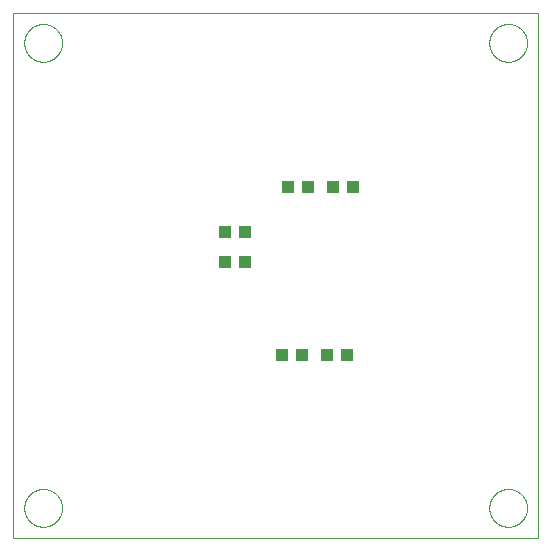
<source format=gbp>
G75*
%MOIN*%
%OFA0B0*%
%FSLAX25Y25*%
%IPPOS*%
%LPD*%
%AMOC8*
5,1,8,0,0,1.08239X$1,22.5*
%
%ADD10C,0.00000*%
%ADD11R,0.04331X0.03937*%
D10*
X0002800Y0003800D02*
X0002800Y0178800D01*
X0177800Y0178800D01*
X0177800Y0003800D01*
X0002800Y0003800D01*
X0006501Y0013800D02*
X0006503Y0013958D01*
X0006509Y0014116D01*
X0006519Y0014274D01*
X0006533Y0014432D01*
X0006551Y0014589D01*
X0006572Y0014746D01*
X0006598Y0014902D01*
X0006628Y0015058D01*
X0006661Y0015213D01*
X0006699Y0015366D01*
X0006740Y0015519D01*
X0006785Y0015671D01*
X0006834Y0015822D01*
X0006887Y0015971D01*
X0006943Y0016119D01*
X0007003Y0016265D01*
X0007067Y0016410D01*
X0007135Y0016553D01*
X0007206Y0016695D01*
X0007280Y0016835D01*
X0007358Y0016972D01*
X0007440Y0017108D01*
X0007524Y0017242D01*
X0007613Y0017373D01*
X0007704Y0017502D01*
X0007799Y0017629D01*
X0007896Y0017754D01*
X0007997Y0017876D01*
X0008101Y0017995D01*
X0008208Y0018112D01*
X0008318Y0018226D01*
X0008431Y0018337D01*
X0008546Y0018446D01*
X0008664Y0018551D01*
X0008785Y0018653D01*
X0008908Y0018753D01*
X0009034Y0018849D01*
X0009162Y0018942D01*
X0009292Y0019032D01*
X0009425Y0019118D01*
X0009560Y0019202D01*
X0009696Y0019281D01*
X0009835Y0019358D01*
X0009976Y0019430D01*
X0010118Y0019500D01*
X0010262Y0019565D01*
X0010408Y0019627D01*
X0010555Y0019685D01*
X0010704Y0019740D01*
X0010854Y0019791D01*
X0011005Y0019838D01*
X0011157Y0019881D01*
X0011310Y0019920D01*
X0011465Y0019956D01*
X0011620Y0019987D01*
X0011776Y0020015D01*
X0011932Y0020039D01*
X0012089Y0020059D01*
X0012247Y0020075D01*
X0012404Y0020087D01*
X0012563Y0020095D01*
X0012721Y0020099D01*
X0012879Y0020099D01*
X0013037Y0020095D01*
X0013196Y0020087D01*
X0013353Y0020075D01*
X0013511Y0020059D01*
X0013668Y0020039D01*
X0013824Y0020015D01*
X0013980Y0019987D01*
X0014135Y0019956D01*
X0014290Y0019920D01*
X0014443Y0019881D01*
X0014595Y0019838D01*
X0014746Y0019791D01*
X0014896Y0019740D01*
X0015045Y0019685D01*
X0015192Y0019627D01*
X0015338Y0019565D01*
X0015482Y0019500D01*
X0015624Y0019430D01*
X0015765Y0019358D01*
X0015904Y0019281D01*
X0016040Y0019202D01*
X0016175Y0019118D01*
X0016308Y0019032D01*
X0016438Y0018942D01*
X0016566Y0018849D01*
X0016692Y0018753D01*
X0016815Y0018653D01*
X0016936Y0018551D01*
X0017054Y0018446D01*
X0017169Y0018337D01*
X0017282Y0018226D01*
X0017392Y0018112D01*
X0017499Y0017995D01*
X0017603Y0017876D01*
X0017704Y0017754D01*
X0017801Y0017629D01*
X0017896Y0017502D01*
X0017987Y0017373D01*
X0018076Y0017242D01*
X0018160Y0017108D01*
X0018242Y0016972D01*
X0018320Y0016835D01*
X0018394Y0016695D01*
X0018465Y0016553D01*
X0018533Y0016410D01*
X0018597Y0016265D01*
X0018657Y0016119D01*
X0018713Y0015971D01*
X0018766Y0015822D01*
X0018815Y0015671D01*
X0018860Y0015519D01*
X0018901Y0015366D01*
X0018939Y0015213D01*
X0018972Y0015058D01*
X0019002Y0014902D01*
X0019028Y0014746D01*
X0019049Y0014589D01*
X0019067Y0014432D01*
X0019081Y0014274D01*
X0019091Y0014116D01*
X0019097Y0013958D01*
X0019099Y0013800D01*
X0019097Y0013642D01*
X0019091Y0013484D01*
X0019081Y0013326D01*
X0019067Y0013168D01*
X0019049Y0013011D01*
X0019028Y0012854D01*
X0019002Y0012698D01*
X0018972Y0012542D01*
X0018939Y0012387D01*
X0018901Y0012234D01*
X0018860Y0012081D01*
X0018815Y0011929D01*
X0018766Y0011778D01*
X0018713Y0011629D01*
X0018657Y0011481D01*
X0018597Y0011335D01*
X0018533Y0011190D01*
X0018465Y0011047D01*
X0018394Y0010905D01*
X0018320Y0010765D01*
X0018242Y0010628D01*
X0018160Y0010492D01*
X0018076Y0010358D01*
X0017987Y0010227D01*
X0017896Y0010098D01*
X0017801Y0009971D01*
X0017704Y0009846D01*
X0017603Y0009724D01*
X0017499Y0009605D01*
X0017392Y0009488D01*
X0017282Y0009374D01*
X0017169Y0009263D01*
X0017054Y0009154D01*
X0016936Y0009049D01*
X0016815Y0008947D01*
X0016692Y0008847D01*
X0016566Y0008751D01*
X0016438Y0008658D01*
X0016308Y0008568D01*
X0016175Y0008482D01*
X0016040Y0008398D01*
X0015904Y0008319D01*
X0015765Y0008242D01*
X0015624Y0008170D01*
X0015482Y0008100D01*
X0015338Y0008035D01*
X0015192Y0007973D01*
X0015045Y0007915D01*
X0014896Y0007860D01*
X0014746Y0007809D01*
X0014595Y0007762D01*
X0014443Y0007719D01*
X0014290Y0007680D01*
X0014135Y0007644D01*
X0013980Y0007613D01*
X0013824Y0007585D01*
X0013668Y0007561D01*
X0013511Y0007541D01*
X0013353Y0007525D01*
X0013196Y0007513D01*
X0013037Y0007505D01*
X0012879Y0007501D01*
X0012721Y0007501D01*
X0012563Y0007505D01*
X0012404Y0007513D01*
X0012247Y0007525D01*
X0012089Y0007541D01*
X0011932Y0007561D01*
X0011776Y0007585D01*
X0011620Y0007613D01*
X0011465Y0007644D01*
X0011310Y0007680D01*
X0011157Y0007719D01*
X0011005Y0007762D01*
X0010854Y0007809D01*
X0010704Y0007860D01*
X0010555Y0007915D01*
X0010408Y0007973D01*
X0010262Y0008035D01*
X0010118Y0008100D01*
X0009976Y0008170D01*
X0009835Y0008242D01*
X0009696Y0008319D01*
X0009560Y0008398D01*
X0009425Y0008482D01*
X0009292Y0008568D01*
X0009162Y0008658D01*
X0009034Y0008751D01*
X0008908Y0008847D01*
X0008785Y0008947D01*
X0008664Y0009049D01*
X0008546Y0009154D01*
X0008431Y0009263D01*
X0008318Y0009374D01*
X0008208Y0009488D01*
X0008101Y0009605D01*
X0007997Y0009724D01*
X0007896Y0009846D01*
X0007799Y0009971D01*
X0007704Y0010098D01*
X0007613Y0010227D01*
X0007524Y0010358D01*
X0007440Y0010492D01*
X0007358Y0010628D01*
X0007280Y0010765D01*
X0007206Y0010905D01*
X0007135Y0011047D01*
X0007067Y0011190D01*
X0007003Y0011335D01*
X0006943Y0011481D01*
X0006887Y0011629D01*
X0006834Y0011778D01*
X0006785Y0011929D01*
X0006740Y0012081D01*
X0006699Y0012234D01*
X0006661Y0012387D01*
X0006628Y0012542D01*
X0006598Y0012698D01*
X0006572Y0012854D01*
X0006551Y0013011D01*
X0006533Y0013168D01*
X0006519Y0013326D01*
X0006509Y0013484D01*
X0006503Y0013642D01*
X0006501Y0013800D01*
X0006501Y0168800D02*
X0006503Y0168958D01*
X0006509Y0169116D01*
X0006519Y0169274D01*
X0006533Y0169432D01*
X0006551Y0169589D01*
X0006572Y0169746D01*
X0006598Y0169902D01*
X0006628Y0170058D01*
X0006661Y0170213D01*
X0006699Y0170366D01*
X0006740Y0170519D01*
X0006785Y0170671D01*
X0006834Y0170822D01*
X0006887Y0170971D01*
X0006943Y0171119D01*
X0007003Y0171265D01*
X0007067Y0171410D01*
X0007135Y0171553D01*
X0007206Y0171695D01*
X0007280Y0171835D01*
X0007358Y0171972D01*
X0007440Y0172108D01*
X0007524Y0172242D01*
X0007613Y0172373D01*
X0007704Y0172502D01*
X0007799Y0172629D01*
X0007896Y0172754D01*
X0007997Y0172876D01*
X0008101Y0172995D01*
X0008208Y0173112D01*
X0008318Y0173226D01*
X0008431Y0173337D01*
X0008546Y0173446D01*
X0008664Y0173551D01*
X0008785Y0173653D01*
X0008908Y0173753D01*
X0009034Y0173849D01*
X0009162Y0173942D01*
X0009292Y0174032D01*
X0009425Y0174118D01*
X0009560Y0174202D01*
X0009696Y0174281D01*
X0009835Y0174358D01*
X0009976Y0174430D01*
X0010118Y0174500D01*
X0010262Y0174565D01*
X0010408Y0174627D01*
X0010555Y0174685D01*
X0010704Y0174740D01*
X0010854Y0174791D01*
X0011005Y0174838D01*
X0011157Y0174881D01*
X0011310Y0174920D01*
X0011465Y0174956D01*
X0011620Y0174987D01*
X0011776Y0175015D01*
X0011932Y0175039D01*
X0012089Y0175059D01*
X0012247Y0175075D01*
X0012404Y0175087D01*
X0012563Y0175095D01*
X0012721Y0175099D01*
X0012879Y0175099D01*
X0013037Y0175095D01*
X0013196Y0175087D01*
X0013353Y0175075D01*
X0013511Y0175059D01*
X0013668Y0175039D01*
X0013824Y0175015D01*
X0013980Y0174987D01*
X0014135Y0174956D01*
X0014290Y0174920D01*
X0014443Y0174881D01*
X0014595Y0174838D01*
X0014746Y0174791D01*
X0014896Y0174740D01*
X0015045Y0174685D01*
X0015192Y0174627D01*
X0015338Y0174565D01*
X0015482Y0174500D01*
X0015624Y0174430D01*
X0015765Y0174358D01*
X0015904Y0174281D01*
X0016040Y0174202D01*
X0016175Y0174118D01*
X0016308Y0174032D01*
X0016438Y0173942D01*
X0016566Y0173849D01*
X0016692Y0173753D01*
X0016815Y0173653D01*
X0016936Y0173551D01*
X0017054Y0173446D01*
X0017169Y0173337D01*
X0017282Y0173226D01*
X0017392Y0173112D01*
X0017499Y0172995D01*
X0017603Y0172876D01*
X0017704Y0172754D01*
X0017801Y0172629D01*
X0017896Y0172502D01*
X0017987Y0172373D01*
X0018076Y0172242D01*
X0018160Y0172108D01*
X0018242Y0171972D01*
X0018320Y0171835D01*
X0018394Y0171695D01*
X0018465Y0171553D01*
X0018533Y0171410D01*
X0018597Y0171265D01*
X0018657Y0171119D01*
X0018713Y0170971D01*
X0018766Y0170822D01*
X0018815Y0170671D01*
X0018860Y0170519D01*
X0018901Y0170366D01*
X0018939Y0170213D01*
X0018972Y0170058D01*
X0019002Y0169902D01*
X0019028Y0169746D01*
X0019049Y0169589D01*
X0019067Y0169432D01*
X0019081Y0169274D01*
X0019091Y0169116D01*
X0019097Y0168958D01*
X0019099Y0168800D01*
X0019097Y0168642D01*
X0019091Y0168484D01*
X0019081Y0168326D01*
X0019067Y0168168D01*
X0019049Y0168011D01*
X0019028Y0167854D01*
X0019002Y0167698D01*
X0018972Y0167542D01*
X0018939Y0167387D01*
X0018901Y0167234D01*
X0018860Y0167081D01*
X0018815Y0166929D01*
X0018766Y0166778D01*
X0018713Y0166629D01*
X0018657Y0166481D01*
X0018597Y0166335D01*
X0018533Y0166190D01*
X0018465Y0166047D01*
X0018394Y0165905D01*
X0018320Y0165765D01*
X0018242Y0165628D01*
X0018160Y0165492D01*
X0018076Y0165358D01*
X0017987Y0165227D01*
X0017896Y0165098D01*
X0017801Y0164971D01*
X0017704Y0164846D01*
X0017603Y0164724D01*
X0017499Y0164605D01*
X0017392Y0164488D01*
X0017282Y0164374D01*
X0017169Y0164263D01*
X0017054Y0164154D01*
X0016936Y0164049D01*
X0016815Y0163947D01*
X0016692Y0163847D01*
X0016566Y0163751D01*
X0016438Y0163658D01*
X0016308Y0163568D01*
X0016175Y0163482D01*
X0016040Y0163398D01*
X0015904Y0163319D01*
X0015765Y0163242D01*
X0015624Y0163170D01*
X0015482Y0163100D01*
X0015338Y0163035D01*
X0015192Y0162973D01*
X0015045Y0162915D01*
X0014896Y0162860D01*
X0014746Y0162809D01*
X0014595Y0162762D01*
X0014443Y0162719D01*
X0014290Y0162680D01*
X0014135Y0162644D01*
X0013980Y0162613D01*
X0013824Y0162585D01*
X0013668Y0162561D01*
X0013511Y0162541D01*
X0013353Y0162525D01*
X0013196Y0162513D01*
X0013037Y0162505D01*
X0012879Y0162501D01*
X0012721Y0162501D01*
X0012563Y0162505D01*
X0012404Y0162513D01*
X0012247Y0162525D01*
X0012089Y0162541D01*
X0011932Y0162561D01*
X0011776Y0162585D01*
X0011620Y0162613D01*
X0011465Y0162644D01*
X0011310Y0162680D01*
X0011157Y0162719D01*
X0011005Y0162762D01*
X0010854Y0162809D01*
X0010704Y0162860D01*
X0010555Y0162915D01*
X0010408Y0162973D01*
X0010262Y0163035D01*
X0010118Y0163100D01*
X0009976Y0163170D01*
X0009835Y0163242D01*
X0009696Y0163319D01*
X0009560Y0163398D01*
X0009425Y0163482D01*
X0009292Y0163568D01*
X0009162Y0163658D01*
X0009034Y0163751D01*
X0008908Y0163847D01*
X0008785Y0163947D01*
X0008664Y0164049D01*
X0008546Y0164154D01*
X0008431Y0164263D01*
X0008318Y0164374D01*
X0008208Y0164488D01*
X0008101Y0164605D01*
X0007997Y0164724D01*
X0007896Y0164846D01*
X0007799Y0164971D01*
X0007704Y0165098D01*
X0007613Y0165227D01*
X0007524Y0165358D01*
X0007440Y0165492D01*
X0007358Y0165628D01*
X0007280Y0165765D01*
X0007206Y0165905D01*
X0007135Y0166047D01*
X0007067Y0166190D01*
X0007003Y0166335D01*
X0006943Y0166481D01*
X0006887Y0166629D01*
X0006834Y0166778D01*
X0006785Y0166929D01*
X0006740Y0167081D01*
X0006699Y0167234D01*
X0006661Y0167387D01*
X0006628Y0167542D01*
X0006598Y0167698D01*
X0006572Y0167854D01*
X0006551Y0168011D01*
X0006533Y0168168D01*
X0006519Y0168326D01*
X0006509Y0168484D01*
X0006503Y0168642D01*
X0006501Y0168800D01*
X0161501Y0168800D02*
X0161503Y0168958D01*
X0161509Y0169116D01*
X0161519Y0169274D01*
X0161533Y0169432D01*
X0161551Y0169589D01*
X0161572Y0169746D01*
X0161598Y0169902D01*
X0161628Y0170058D01*
X0161661Y0170213D01*
X0161699Y0170366D01*
X0161740Y0170519D01*
X0161785Y0170671D01*
X0161834Y0170822D01*
X0161887Y0170971D01*
X0161943Y0171119D01*
X0162003Y0171265D01*
X0162067Y0171410D01*
X0162135Y0171553D01*
X0162206Y0171695D01*
X0162280Y0171835D01*
X0162358Y0171972D01*
X0162440Y0172108D01*
X0162524Y0172242D01*
X0162613Y0172373D01*
X0162704Y0172502D01*
X0162799Y0172629D01*
X0162896Y0172754D01*
X0162997Y0172876D01*
X0163101Y0172995D01*
X0163208Y0173112D01*
X0163318Y0173226D01*
X0163431Y0173337D01*
X0163546Y0173446D01*
X0163664Y0173551D01*
X0163785Y0173653D01*
X0163908Y0173753D01*
X0164034Y0173849D01*
X0164162Y0173942D01*
X0164292Y0174032D01*
X0164425Y0174118D01*
X0164560Y0174202D01*
X0164696Y0174281D01*
X0164835Y0174358D01*
X0164976Y0174430D01*
X0165118Y0174500D01*
X0165262Y0174565D01*
X0165408Y0174627D01*
X0165555Y0174685D01*
X0165704Y0174740D01*
X0165854Y0174791D01*
X0166005Y0174838D01*
X0166157Y0174881D01*
X0166310Y0174920D01*
X0166465Y0174956D01*
X0166620Y0174987D01*
X0166776Y0175015D01*
X0166932Y0175039D01*
X0167089Y0175059D01*
X0167247Y0175075D01*
X0167404Y0175087D01*
X0167563Y0175095D01*
X0167721Y0175099D01*
X0167879Y0175099D01*
X0168037Y0175095D01*
X0168196Y0175087D01*
X0168353Y0175075D01*
X0168511Y0175059D01*
X0168668Y0175039D01*
X0168824Y0175015D01*
X0168980Y0174987D01*
X0169135Y0174956D01*
X0169290Y0174920D01*
X0169443Y0174881D01*
X0169595Y0174838D01*
X0169746Y0174791D01*
X0169896Y0174740D01*
X0170045Y0174685D01*
X0170192Y0174627D01*
X0170338Y0174565D01*
X0170482Y0174500D01*
X0170624Y0174430D01*
X0170765Y0174358D01*
X0170904Y0174281D01*
X0171040Y0174202D01*
X0171175Y0174118D01*
X0171308Y0174032D01*
X0171438Y0173942D01*
X0171566Y0173849D01*
X0171692Y0173753D01*
X0171815Y0173653D01*
X0171936Y0173551D01*
X0172054Y0173446D01*
X0172169Y0173337D01*
X0172282Y0173226D01*
X0172392Y0173112D01*
X0172499Y0172995D01*
X0172603Y0172876D01*
X0172704Y0172754D01*
X0172801Y0172629D01*
X0172896Y0172502D01*
X0172987Y0172373D01*
X0173076Y0172242D01*
X0173160Y0172108D01*
X0173242Y0171972D01*
X0173320Y0171835D01*
X0173394Y0171695D01*
X0173465Y0171553D01*
X0173533Y0171410D01*
X0173597Y0171265D01*
X0173657Y0171119D01*
X0173713Y0170971D01*
X0173766Y0170822D01*
X0173815Y0170671D01*
X0173860Y0170519D01*
X0173901Y0170366D01*
X0173939Y0170213D01*
X0173972Y0170058D01*
X0174002Y0169902D01*
X0174028Y0169746D01*
X0174049Y0169589D01*
X0174067Y0169432D01*
X0174081Y0169274D01*
X0174091Y0169116D01*
X0174097Y0168958D01*
X0174099Y0168800D01*
X0174097Y0168642D01*
X0174091Y0168484D01*
X0174081Y0168326D01*
X0174067Y0168168D01*
X0174049Y0168011D01*
X0174028Y0167854D01*
X0174002Y0167698D01*
X0173972Y0167542D01*
X0173939Y0167387D01*
X0173901Y0167234D01*
X0173860Y0167081D01*
X0173815Y0166929D01*
X0173766Y0166778D01*
X0173713Y0166629D01*
X0173657Y0166481D01*
X0173597Y0166335D01*
X0173533Y0166190D01*
X0173465Y0166047D01*
X0173394Y0165905D01*
X0173320Y0165765D01*
X0173242Y0165628D01*
X0173160Y0165492D01*
X0173076Y0165358D01*
X0172987Y0165227D01*
X0172896Y0165098D01*
X0172801Y0164971D01*
X0172704Y0164846D01*
X0172603Y0164724D01*
X0172499Y0164605D01*
X0172392Y0164488D01*
X0172282Y0164374D01*
X0172169Y0164263D01*
X0172054Y0164154D01*
X0171936Y0164049D01*
X0171815Y0163947D01*
X0171692Y0163847D01*
X0171566Y0163751D01*
X0171438Y0163658D01*
X0171308Y0163568D01*
X0171175Y0163482D01*
X0171040Y0163398D01*
X0170904Y0163319D01*
X0170765Y0163242D01*
X0170624Y0163170D01*
X0170482Y0163100D01*
X0170338Y0163035D01*
X0170192Y0162973D01*
X0170045Y0162915D01*
X0169896Y0162860D01*
X0169746Y0162809D01*
X0169595Y0162762D01*
X0169443Y0162719D01*
X0169290Y0162680D01*
X0169135Y0162644D01*
X0168980Y0162613D01*
X0168824Y0162585D01*
X0168668Y0162561D01*
X0168511Y0162541D01*
X0168353Y0162525D01*
X0168196Y0162513D01*
X0168037Y0162505D01*
X0167879Y0162501D01*
X0167721Y0162501D01*
X0167563Y0162505D01*
X0167404Y0162513D01*
X0167247Y0162525D01*
X0167089Y0162541D01*
X0166932Y0162561D01*
X0166776Y0162585D01*
X0166620Y0162613D01*
X0166465Y0162644D01*
X0166310Y0162680D01*
X0166157Y0162719D01*
X0166005Y0162762D01*
X0165854Y0162809D01*
X0165704Y0162860D01*
X0165555Y0162915D01*
X0165408Y0162973D01*
X0165262Y0163035D01*
X0165118Y0163100D01*
X0164976Y0163170D01*
X0164835Y0163242D01*
X0164696Y0163319D01*
X0164560Y0163398D01*
X0164425Y0163482D01*
X0164292Y0163568D01*
X0164162Y0163658D01*
X0164034Y0163751D01*
X0163908Y0163847D01*
X0163785Y0163947D01*
X0163664Y0164049D01*
X0163546Y0164154D01*
X0163431Y0164263D01*
X0163318Y0164374D01*
X0163208Y0164488D01*
X0163101Y0164605D01*
X0162997Y0164724D01*
X0162896Y0164846D01*
X0162799Y0164971D01*
X0162704Y0165098D01*
X0162613Y0165227D01*
X0162524Y0165358D01*
X0162440Y0165492D01*
X0162358Y0165628D01*
X0162280Y0165765D01*
X0162206Y0165905D01*
X0162135Y0166047D01*
X0162067Y0166190D01*
X0162003Y0166335D01*
X0161943Y0166481D01*
X0161887Y0166629D01*
X0161834Y0166778D01*
X0161785Y0166929D01*
X0161740Y0167081D01*
X0161699Y0167234D01*
X0161661Y0167387D01*
X0161628Y0167542D01*
X0161598Y0167698D01*
X0161572Y0167854D01*
X0161551Y0168011D01*
X0161533Y0168168D01*
X0161519Y0168326D01*
X0161509Y0168484D01*
X0161503Y0168642D01*
X0161501Y0168800D01*
X0161501Y0013800D02*
X0161503Y0013958D01*
X0161509Y0014116D01*
X0161519Y0014274D01*
X0161533Y0014432D01*
X0161551Y0014589D01*
X0161572Y0014746D01*
X0161598Y0014902D01*
X0161628Y0015058D01*
X0161661Y0015213D01*
X0161699Y0015366D01*
X0161740Y0015519D01*
X0161785Y0015671D01*
X0161834Y0015822D01*
X0161887Y0015971D01*
X0161943Y0016119D01*
X0162003Y0016265D01*
X0162067Y0016410D01*
X0162135Y0016553D01*
X0162206Y0016695D01*
X0162280Y0016835D01*
X0162358Y0016972D01*
X0162440Y0017108D01*
X0162524Y0017242D01*
X0162613Y0017373D01*
X0162704Y0017502D01*
X0162799Y0017629D01*
X0162896Y0017754D01*
X0162997Y0017876D01*
X0163101Y0017995D01*
X0163208Y0018112D01*
X0163318Y0018226D01*
X0163431Y0018337D01*
X0163546Y0018446D01*
X0163664Y0018551D01*
X0163785Y0018653D01*
X0163908Y0018753D01*
X0164034Y0018849D01*
X0164162Y0018942D01*
X0164292Y0019032D01*
X0164425Y0019118D01*
X0164560Y0019202D01*
X0164696Y0019281D01*
X0164835Y0019358D01*
X0164976Y0019430D01*
X0165118Y0019500D01*
X0165262Y0019565D01*
X0165408Y0019627D01*
X0165555Y0019685D01*
X0165704Y0019740D01*
X0165854Y0019791D01*
X0166005Y0019838D01*
X0166157Y0019881D01*
X0166310Y0019920D01*
X0166465Y0019956D01*
X0166620Y0019987D01*
X0166776Y0020015D01*
X0166932Y0020039D01*
X0167089Y0020059D01*
X0167247Y0020075D01*
X0167404Y0020087D01*
X0167563Y0020095D01*
X0167721Y0020099D01*
X0167879Y0020099D01*
X0168037Y0020095D01*
X0168196Y0020087D01*
X0168353Y0020075D01*
X0168511Y0020059D01*
X0168668Y0020039D01*
X0168824Y0020015D01*
X0168980Y0019987D01*
X0169135Y0019956D01*
X0169290Y0019920D01*
X0169443Y0019881D01*
X0169595Y0019838D01*
X0169746Y0019791D01*
X0169896Y0019740D01*
X0170045Y0019685D01*
X0170192Y0019627D01*
X0170338Y0019565D01*
X0170482Y0019500D01*
X0170624Y0019430D01*
X0170765Y0019358D01*
X0170904Y0019281D01*
X0171040Y0019202D01*
X0171175Y0019118D01*
X0171308Y0019032D01*
X0171438Y0018942D01*
X0171566Y0018849D01*
X0171692Y0018753D01*
X0171815Y0018653D01*
X0171936Y0018551D01*
X0172054Y0018446D01*
X0172169Y0018337D01*
X0172282Y0018226D01*
X0172392Y0018112D01*
X0172499Y0017995D01*
X0172603Y0017876D01*
X0172704Y0017754D01*
X0172801Y0017629D01*
X0172896Y0017502D01*
X0172987Y0017373D01*
X0173076Y0017242D01*
X0173160Y0017108D01*
X0173242Y0016972D01*
X0173320Y0016835D01*
X0173394Y0016695D01*
X0173465Y0016553D01*
X0173533Y0016410D01*
X0173597Y0016265D01*
X0173657Y0016119D01*
X0173713Y0015971D01*
X0173766Y0015822D01*
X0173815Y0015671D01*
X0173860Y0015519D01*
X0173901Y0015366D01*
X0173939Y0015213D01*
X0173972Y0015058D01*
X0174002Y0014902D01*
X0174028Y0014746D01*
X0174049Y0014589D01*
X0174067Y0014432D01*
X0174081Y0014274D01*
X0174091Y0014116D01*
X0174097Y0013958D01*
X0174099Y0013800D01*
X0174097Y0013642D01*
X0174091Y0013484D01*
X0174081Y0013326D01*
X0174067Y0013168D01*
X0174049Y0013011D01*
X0174028Y0012854D01*
X0174002Y0012698D01*
X0173972Y0012542D01*
X0173939Y0012387D01*
X0173901Y0012234D01*
X0173860Y0012081D01*
X0173815Y0011929D01*
X0173766Y0011778D01*
X0173713Y0011629D01*
X0173657Y0011481D01*
X0173597Y0011335D01*
X0173533Y0011190D01*
X0173465Y0011047D01*
X0173394Y0010905D01*
X0173320Y0010765D01*
X0173242Y0010628D01*
X0173160Y0010492D01*
X0173076Y0010358D01*
X0172987Y0010227D01*
X0172896Y0010098D01*
X0172801Y0009971D01*
X0172704Y0009846D01*
X0172603Y0009724D01*
X0172499Y0009605D01*
X0172392Y0009488D01*
X0172282Y0009374D01*
X0172169Y0009263D01*
X0172054Y0009154D01*
X0171936Y0009049D01*
X0171815Y0008947D01*
X0171692Y0008847D01*
X0171566Y0008751D01*
X0171438Y0008658D01*
X0171308Y0008568D01*
X0171175Y0008482D01*
X0171040Y0008398D01*
X0170904Y0008319D01*
X0170765Y0008242D01*
X0170624Y0008170D01*
X0170482Y0008100D01*
X0170338Y0008035D01*
X0170192Y0007973D01*
X0170045Y0007915D01*
X0169896Y0007860D01*
X0169746Y0007809D01*
X0169595Y0007762D01*
X0169443Y0007719D01*
X0169290Y0007680D01*
X0169135Y0007644D01*
X0168980Y0007613D01*
X0168824Y0007585D01*
X0168668Y0007561D01*
X0168511Y0007541D01*
X0168353Y0007525D01*
X0168196Y0007513D01*
X0168037Y0007505D01*
X0167879Y0007501D01*
X0167721Y0007501D01*
X0167563Y0007505D01*
X0167404Y0007513D01*
X0167247Y0007525D01*
X0167089Y0007541D01*
X0166932Y0007561D01*
X0166776Y0007585D01*
X0166620Y0007613D01*
X0166465Y0007644D01*
X0166310Y0007680D01*
X0166157Y0007719D01*
X0166005Y0007762D01*
X0165854Y0007809D01*
X0165704Y0007860D01*
X0165555Y0007915D01*
X0165408Y0007973D01*
X0165262Y0008035D01*
X0165118Y0008100D01*
X0164976Y0008170D01*
X0164835Y0008242D01*
X0164696Y0008319D01*
X0164560Y0008398D01*
X0164425Y0008482D01*
X0164292Y0008568D01*
X0164162Y0008658D01*
X0164034Y0008751D01*
X0163908Y0008847D01*
X0163785Y0008947D01*
X0163664Y0009049D01*
X0163546Y0009154D01*
X0163431Y0009263D01*
X0163318Y0009374D01*
X0163208Y0009488D01*
X0163101Y0009605D01*
X0162997Y0009724D01*
X0162896Y0009846D01*
X0162799Y0009971D01*
X0162704Y0010098D01*
X0162613Y0010227D01*
X0162524Y0010358D01*
X0162440Y0010492D01*
X0162358Y0010628D01*
X0162280Y0010765D01*
X0162206Y0010905D01*
X0162135Y0011047D01*
X0162067Y0011190D01*
X0162003Y0011335D01*
X0161943Y0011481D01*
X0161887Y0011629D01*
X0161834Y0011778D01*
X0161785Y0011929D01*
X0161740Y0012081D01*
X0161699Y0012234D01*
X0161661Y0012387D01*
X0161628Y0012542D01*
X0161598Y0012698D01*
X0161572Y0012854D01*
X0161551Y0013011D01*
X0161533Y0013168D01*
X0161519Y0013326D01*
X0161509Y0013484D01*
X0161503Y0013642D01*
X0161501Y0013800D01*
D11*
X0114146Y0064800D03*
X0107454Y0064800D03*
X0099146Y0064800D03*
X0092454Y0064800D03*
X0080146Y0095800D03*
X0073454Y0095800D03*
X0073454Y0105800D03*
X0080146Y0105800D03*
X0094454Y0120800D03*
X0101146Y0120800D03*
X0109454Y0120800D03*
X0116146Y0120800D03*
M02*

</source>
